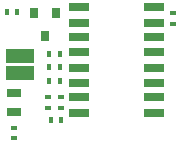
<source format=gbr>
G04 #@! TF.GenerationSoftware,KiCad,Pcbnew,(5.1.9-0-10_14)*
G04 #@! TF.CreationDate,2021-02-24T12:23:29+01:00*
G04 #@! TF.ProjectId,l0_Load,6c305f4c-6f61-4642-9e6b-696361645f70,rev?*
G04 #@! TF.SameCoordinates,Original*
G04 #@! TF.FileFunction,Paste,Top*
G04 #@! TF.FilePolarity,Positive*
%FSLAX46Y46*%
G04 Gerber Fmt 4.6, Leading zero omitted, Abs format (unit mm)*
G04 Created by KiCad (PCBNEW (5.1.9-0-10_14)) date 2021-02-24 12:23:29*
%MOMM*%
%LPD*%
G01*
G04 APERTURE LIST*
%ADD10R,1.800000X0.800000*%
%ADD11R,2.400000X1.200000*%
%ADD12R,0.400000X0.600000*%
%ADD13R,0.600000X0.400000*%
%ADD14R,1.300000X0.800000*%
%ADD15R,0.800000X0.900000*%
G04 APERTURE END LIST*
D10*
X171602000Y-76830000D03*
X171602000Y-78110000D03*
X171602000Y-79370000D03*
X171602000Y-80640000D03*
X171602000Y-81920000D03*
X171602000Y-83190000D03*
X171602000Y-84450000D03*
X171602000Y-85730000D03*
X177902000Y-85730000D03*
X177902000Y-84450000D03*
X177902000Y-83190000D03*
X177902000Y-81920000D03*
X177902000Y-80640000D03*
X177902000Y-79370000D03*
X177902000Y-78110000D03*
X177902000Y-76830000D03*
D11*
X166624000Y-80899000D03*
X166624000Y-82399000D03*
D12*
X170101100Y-86329600D03*
X169201100Y-86329600D03*
D13*
X168958100Y-84424600D03*
X168958100Y-85324600D03*
D12*
X169074100Y-81884600D03*
X169974100Y-81884600D03*
X169974100Y-80741600D03*
X169074100Y-80741600D03*
D13*
X179578000Y-78232000D03*
X179578000Y-77332000D03*
D12*
X165470000Y-77216000D03*
X166370000Y-77216000D03*
D13*
X170053000Y-85324600D03*
X170053000Y-84424600D03*
D12*
X169974100Y-83027600D03*
X169074100Y-83027600D03*
D13*
X166116000Y-86995000D03*
X166116000Y-87895000D03*
D14*
X166116000Y-84036000D03*
X166116000Y-85636000D03*
D15*
X168720000Y-79258000D03*
X167770000Y-77258000D03*
X169670000Y-77258000D03*
M02*

</source>
